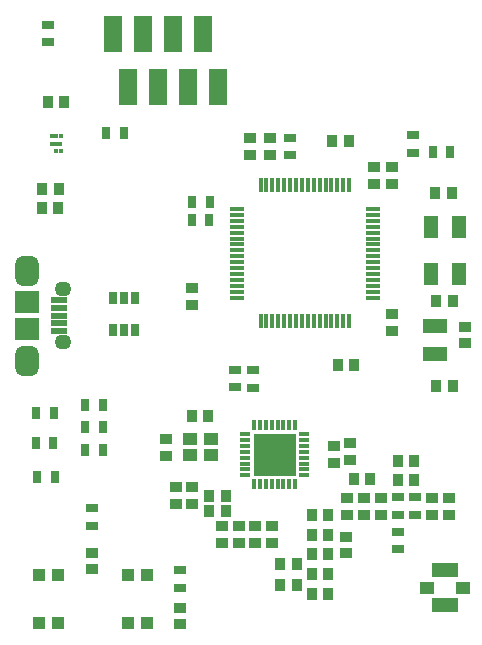
<source format=gts>
G04 Layer_Color=8388736*
%FSLAX25Y25*%
%MOIN*%
G70*
G01*
G75*
%ADD51R,0.03550X0.03943*%
%ADD52R,0.03943X0.03550*%
%ADD53R,0.09061X0.04534*%
%ADD54R,0.04534X0.04337*%
%ADD55R,0.03943X0.03156*%
%ADD56R,0.04337X0.03943*%
%ADD57R,0.06305X0.12211*%
%ADD58R,0.01187X0.01778*%
%ADD59R,0.04101X0.01424*%
%ADD60R,0.03156X0.03943*%
%ADD61R,0.07880X0.07487*%
%ADD62R,0.05715X0.01975*%
%ADD63R,0.02762X0.04337*%
%ADD64R,0.05124X0.01581*%
%ADD65R,0.01581X0.05124*%
%ADD66R,0.05124X0.07487*%
%ADD67R,0.07880X0.04731*%
%ADD68R,0.05124X0.04337*%
%ADD69R,0.01581X0.03747*%
%ADD70R,0.03747X0.01581*%
%ADD71R,0.13983X0.13983*%
G04:AMPARAMS|DCode=72|XSize=78.8mil|YSize=99.47mil|CornerRadius=24.44mil|HoleSize=0mil|Usage=FLASHONLY|Rotation=0.000|XOffset=0mil|YOffset=0mil|HoleType=Round|Shape=RoundedRectangle|*
%AMROUNDEDRECTD72*
21,1,0.07880,0.05059,0,0,0.0*
21,1,0.02992,0.09947,0,0,0.0*
1,1,0.04888,0.01496,-0.02530*
1,1,0.04888,-0.01496,-0.02530*
1,1,0.04888,-0.01496,0.02530*
1,1,0.04888,0.01496,0.02530*
%
%ADD72ROUNDEDRECTD72*%
G04:AMPARAMS|DCode=73|XSize=53.21mil|YSize=47.31mil|CornerRadius=20.19mil|HoleSize=0mil|Usage=FLASHONLY|Rotation=0.000|XOffset=0mil|YOffset=0mil|HoleType=Round|Shape=RoundedRectangle|*
%AMROUNDEDRECTD73*
21,1,0.05321,0.00693,0,0,0.0*
21,1,0.01284,0.04731,0,0,0.0*
1,1,0.04038,0.00642,-0.00346*
1,1,0.04038,-0.00642,-0.00346*
1,1,0.04038,-0.00642,0.00346*
1,1,0.04038,0.00642,0.00346*
%
%ADD73ROUNDEDRECTD73*%
D51*
X23056Y-71100D02*
D03*
X17544D02*
D03*
X102456Y-189700D02*
D03*
X96944D02*
D03*
X102456Y-196900D02*
D03*
X96944D02*
D03*
X107544Y-199600D02*
D03*
X113056D02*
D03*
X136144Y-155500D02*
D03*
X141656D02*
D03*
Y-161600D02*
D03*
X136144D02*
D03*
X113056Y-193050D02*
D03*
X107544D02*
D03*
X25056Y-35900D02*
D03*
X19544D02*
D03*
X23156Y-64800D02*
D03*
X17644D02*
D03*
X119856Y-48700D02*
D03*
X114344D02*
D03*
X148644Y-66000D02*
D03*
X154156D02*
D03*
X154456Y-130400D02*
D03*
X148944D02*
D03*
X154456Y-102000D02*
D03*
X148944D02*
D03*
X116144Y-123400D02*
D03*
X121656D02*
D03*
X67444Y-140300D02*
D03*
X72956D02*
D03*
X73244Y-167200D02*
D03*
X78756D02*
D03*
X73244Y-172100D02*
D03*
X78756D02*
D03*
X121444Y-161400D02*
D03*
X126956D02*
D03*
X107544Y-186500D02*
D03*
X113056D02*
D03*
X107544Y-179950D02*
D03*
X113056D02*
D03*
X107544Y-173400D02*
D03*
X113056D02*
D03*
D52*
X67500Y-169656D02*
D03*
Y-164144D02*
D03*
X62200Y-169656D02*
D03*
Y-164144D02*
D03*
X77600Y-182756D02*
D03*
Y-177244D02*
D03*
X83133Y-182756D02*
D03*
Y-177244D02*
D03*
X130567Y-167744D02*
D03*
Y-173256D02*
D03*
X147467Y-167744D02*
D03*
Y-173256D02*
D03*
X153100Y-167744D02*
D03*
Y-173256D02*
D03*
X134400Y-111956D02*
D03*
Y-106444D02*
D03*
X67700Y-97744D02*
D03*
Y-103256D02*
D03*
X86900Y-47844D02*
D03*
Y-53356D02*
D03*
X93550Y-47844D02*
D03*
Y-53356D02*
D03*
X128400Y-57444D02*
D03*
Y-62956D02*
D03*
X134100Y-57444D02*
D03*
Y-62956D02*
D03*
X158500Y-116156D02*
D03*
Y-110644D02*
D03*
X58900Y-148144D02*
D03*
Y-153656D02*
D03*
X34300Y-191556D02*
D03*
Y-186044D02*
D03*
X63600Y-209856D02*
D03*
Y-204344D02*
D03*
X88667Y-182756D02*
D03*
Y-177244D02*
D03*
X94200Y-182756D02*
D03*
Y-177244D02*
D03*
X115000Y-150544D02*
D03*
Y-156056D02*
D03*
X120300Y-149444D02*
D03*
Y-154956D02*
D03*
X119000Y-186156D02*
D03*
Y-180644D02*
D03*
X124933Y-173256D02*
D03*
Y-167744D02*
D03*
X119300Y-173256D02*
D03*
Y-167744D02*
D03*
D53*
X151900Y-191793D02*
D03*
Y-203407D02*
D03*
D54*
X145896Y-197600D02*
D03*
X157924D02*
D03*
D55*
X136240Y-178947D02*
D03*
Y-184853D02*
D03*
X136200Y-167547D02*
D03*
Y-173453D02*
D03*
X141833Y-167547D02*
D03*
Y-173453D02*
D03*
X19741Y-9947D02*
D03*
Y-15853D02*
D03*
X100200Y-47647D02*
D03*
Y-53553D02*
D03*
X141100Y-46888D02*
D03*
Y-52794D02*
D03*
X82000Y-130853D02*
D03*
Y-124947D02*
D03*
X87800Y-130953D02*
D03*
Y-125047D02*
D03*
X34300Y-176953D02*
D03*
Y-171047D02*
D03*
X63600Y-191747D02*
D03*
Y-197653D02*
D03*
D56*
X46150Y-209471D02*
D03*
X52450D02*
D03*
Y-193329D02*
D03*
X46150D02*
D03*
X16450Y-209471D02*
D03*
X22750D02*
D03*
Y-193329D02*
D03*
X16450D02*
D03*
D57*
X76400Y-30758D02*
D03*
X66400D02*
D03*
X56400D02*
D03*
X46400D02*
D03*
X71400Y-13042D02*
D03*
X61400D02*
D03*
X51400D02*
D03*
X41400D02*
D03*
D58*
X23975Y-47220D02*
D03*
X22400D02*
D03*
X20825D02*
D03*
X23975Y-52180D02*
D03*
X22400D02*
D03*
D59*
Y-49700D02*
D03*
D60*
X44753Y-46200D02*
D03*
X38847D02*
D03*
X67447Y-75000D02*
D03*
X73353D02*
D03*
X67547Y-69100D02*
D03*
X73453D02*
D03*
X147747Y-52400D02*
D03*
X153653D02*
D03*
X21453Y-139500D02*
D03*
X15547D02*
D03*
X21353Y-149500D02*
D03*
X15447D02*
D03*
X21953Y-160900D02*
D03*
X16047D02*
D03*
X37753Y-136700D02*
D03*
X31847D02*
D03*
X37753Y-151800D02*
D03*
X31847D02*
D03*
X37753Y-144250D02*
D03*
X31847D02*
D03*
D61*
X12600Y-102445D02*
D03*
Y-111500D02*
D03*
D62*
X23132Y-101854D02*
D03*
Y-109531D02*
D03*
Y-112091D02*
D03*
Y-104413D02*
D03*
Y-106972D02*
D03*
D63*
X41160Y-111815D02*
D03*
X44900D02*
D03*
X48640D02*
D03*
X41160Y-101185D02*
D03*
X48640D02*
D03*
X44900D02*
D03*
D64*
X127838Y-100964D02*
D03*
Y-98995D02*
D03*
Y-97027D02*
D03*
Y-95058D02*
D03*
Y-93090D02*
D03*
Y-91121D02*
D03*
Y-89153D02*
D03*
Y-87184D02*
D03*
Y-85216D02*
D03*
Y-83247D02*
D03*
Y-81279D02*
D03*
Y-79310D02*
D03*
Y-77342D02*
D03*
Y-75373D02*
D03*
Y-73405D02*
D03*
Y-71436D02*
D03*
X82562D02*
D03*
Y-73405D02*
D03*
Y-75373D02*
D03*
Y-77342D02*
D03*
Y-79310D02*
D03*
Y-81279D02*
D03*
Y-83247D02*
D03*
Y-85216D02*
D03*
Y-87184D02*
D03*
Y-89153D02*
D03*
Y-91121D02*
D03*
Y-93090D02*
D03*
Y-95058D02*
D03*
Y-97027D02*
D03*
Y-98995D02*
D03*
Y-100964D02*
D03*
D65*
X119964Y-63562D02*
D03*
X117995D02*
D03*
X116027D02*
D03*
X114058D02*
D03*
X112090D02*
D03*
X110121D02*
D03*
X108153D02*
D03*
X106184D02*
D03*
X104216D02*
D03*
X102247D02*
D03*
X100279D02*
D03*
X98310D02*
D03*
X96342D02*
D03*
X94373D02*
D03*
X92405D02*
D03*
X90436D02*
D03*
Y-108838D02*
D03*
X92405D02*
D03*
X94373D02*
D03*
X96342D02*
D03*
X98310D02*
D03*
X100279D02*
D03*
X102247D02*
D03*
X104216D02*
D03*
X106184D02*
D03*
X108153D02*
D03*
X110121D02*
D03*
X112090D02*
D03*
X114058D02*
D03*
X116027D02*
D03*
X117995D02*
D03*
X119964D02*
D03*
D66*
X147176Y-77326D02*
D03*
X156624D02*
D03*
X147176Y-93074D02*
D03*
X156624D02*
D03*
D67*
X148600Y-110376D02*
D03*
Y-119824D02*
D03*
D68*
X67054Y-148241D02*
D03*
X73747D02*
D03*
X73747Y-153359D02*
D03*
X67054D02*
D03*
D69*
X88210Y-163044D02*
D03*
X90179D02*
D03*
X92147D02*
D03*
X94116D02*
D03*
X96084D02*
D03*
X98053D02*
D03*
X100021D02*
D03*
X101990D02*
D03*
Y-143556D02*
D03*
X100021D02*
D03*
X98053D02*
D03*
X96084D02*
D03*
X94116D02*
D03*
X92147D02*
D03*
X90179D02*
D03*
X88210D02*
D03*
D70*
X104844Y-160190D02*
D03*
Y-158221D02*
D03*
Y-156253D02*
D03*
Y-154284D02*
D03*
Y-152316D02*
D03*
Y-150347D02*
D03*
Y-148379D02*
D03*
Y-146410D02*
D03*
X85356D02*
D03*
Y-148379D02*
D03*
Y-150347D02*
D03*
Y-152316D02*
D03*
Y-154284D02*
D03*
Y-156253D02*
D03*
Y-158221D02*
D03*
Y-160190D02*
D03*
D71*
X95100Y-153300D02*
D03*
D72*
X12600Y-121980D02*
D03*
Y-91965D02*
D03*
D73*
X24411Y-115732D02*
D03*
Y-98213D02*
D03*
M02*

</source>
